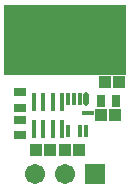
<source format=gts>
G04*
G04 #@! TF.GenerationSoftware,Altium Limited,Altium Designer,21.0.9 (235)*
G04*
G04 Layer_Color=8388736*
%FSLAX25Y25*%
%MOIN*%
G70*
G04*
G04 #@! TF.SameCoordinates,1D4A9721-F0F7-41EE-9C20-8A589661CF1D*
G04*
G04*
G04 #@! TF.FilePolarity,Negative*
G04*
G01*
G75*
%ADD21R,0.40958X0.23635*%
%ADD22R,0.03950X0.04343*%
%ADD23R,0.03950X0.03162*%
%ADD24R,0.04343X0.01784*%
%ADD25R,0.01784X0.05918*%
%ADD26R,0.01784X0.04343*%
G04:AMPARAMS|DCode=27|XSize=43.43mil|YSize=17.84mil|CornerRadius=0mil|HoleSize=0mil|Usage=FLASHONLY|Rotation=270.000|XOffset=0mil|YOffset=0mil|HoleType=Round|Shape=Octagon|*
%AMOCTAGOND27*
4,1,8,-0.00446,-0.02172,0.00446,-0.02172,0.00892,-0.01726,0.00892,0.01726,0.00446,0.02172,-0.00446,0.02172,-0.00892,0.01726,-0.00892,-0.01726,-0.00446,-0.02172,0.0*
%
%ADD27OCTAGOND27*%

%ADD28R,0.03162X0.03950*%
%ADD29C,0.06706*%
%ADD30R,0.06706X0.06706*%
%ADD31C,0.22453*%
D21*
X20472Y48858D02*
D03*
D22*
X37402Y23622D02*
D03*
X32677D02*
D03*
X11024Y12205D02*
D03*
X15748D02*
D03*
X25197D02*
D03*
X20472D02*
D03*
X38583Y34646D02*
D03*
X33858D02*
D03*
D23*
X5512Y17126D02*
D03*
Y22244D02*
D03*
Y26181D02*
D03*
Y31299D02*
D03*
D24*
X28150Y24311D02*
D03*
D25*
X16535Y19094D02*
D03*
Y28150D02*
D03*
X19685Y19094D02*
D03*
Y28150D02*
D03*
X13386D02*
D03*
Y19094D02*
D03*
X10236Y28150D02*
D03*
Y19094D02*
D03*
D26*
X27559Y18307D02*
D03*
X25591D02*
D03*
X21654D02*
D03*
X23622Y28937D02*
D03*
X25591D02*
D03*
X21654D02*
D03*
D27*
X27559D02*
D03*
D28*
X32480Y28346D02*
D03*
X37598D02*
D03*
D29*
X10472Y3937D02*
D03*
X20472D02*
D03*
D30*
X30472D02*
D03*
D31*
X20472Y48858D02*
D03*
M02*

</source>
